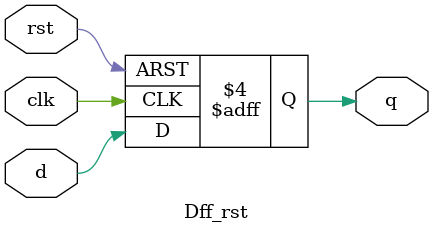
<source format=v>
module Dff_rst (  
    input wire clk,
    input wire rst,
    input wire d,
    output reg q = 1'b0
);

always @(posedge clk or negedge rst) begin
    if (~rst) begin
        q <= 1'b0;
    end
    else begin
        q <= d;
    end
end

endmodule
</source>
